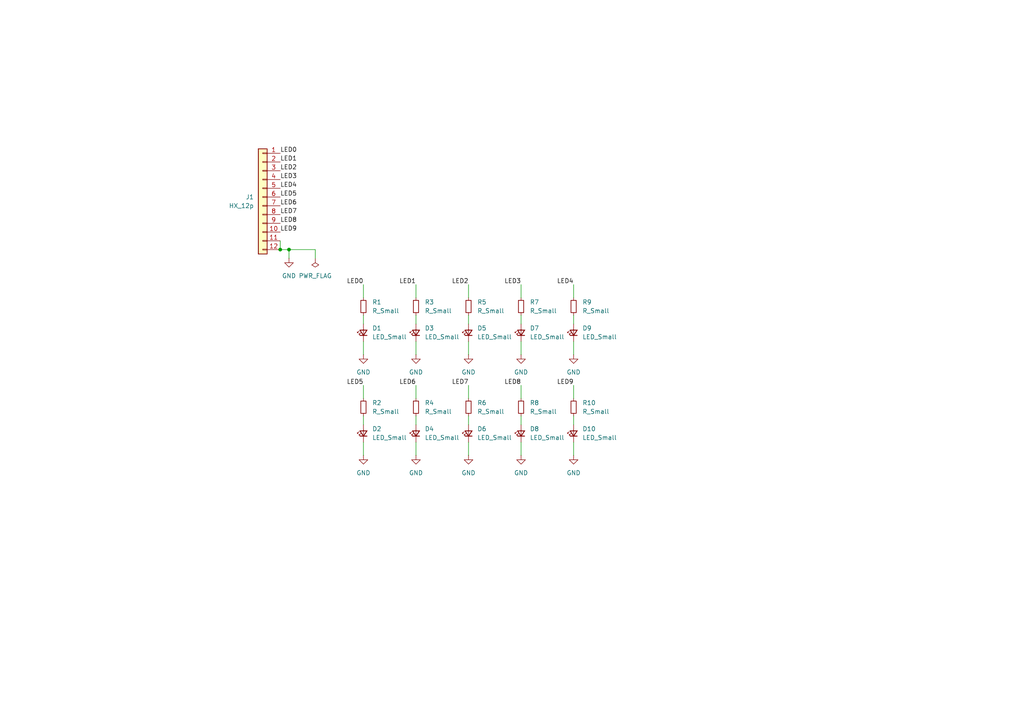
<source format=kicad_sch>
(kicad_sch (version 20231120) (generator "eeschema") (generator_version "8.0")
  (paper "A4")
  (lib_symbols
    (symbol "Connector_Generic:Conn_01x12" (pin_names (offset 1.016) hide)
      (property "Reference" "J" (at 0 15.24 0))
      (property "Value" "Conn_01x12" (at 0 -17.78 0))
      (symbol "Conn_01x12_1_1"
        (rectangle (start -1.27 -15.113) (end 0 -15.367) (stroke (width 0.1524)))
        (rectangle (start -1.27 -12.573) (end 0 -12.827) (stroke (width 0.1524)))
        (rectangle (start -1.27 -10.033) (end 0 -10.287) (stroke (width 0.1524)))
        (rectangle (start -1.27 -7.493) (end 0 -7.747) (stroke (width 0.1524)))
        (rectangle (start -1.27 -4.953) (end 0 -5.207) (stroke (width 0.1524)))
        (rectangle (start -1.27 -2.413) (end 0 -2.667) (stroke (width 0.1524)))
        (rectangle (start -1.27 0.127) (end 0 -0.127) (stroke (width 0.1524)))
        (rectangle (start -1.27 2.667) (end 0 2.413) (stroke (width 0.1524)))
        (rectangle (start -1.27 5.207) (end 0 4.953) (stroke (width 0.1524)))
        (rectangle (start -1.27 7.747) (end 0 7.493) (stroke (width 0.1524)))
        (rectangle (start -1.27 10.287) (end 0 10.033) (stroke (width 0.1524)))
        (rectangle (start -1.27 12.827) (end 0 12.573) (stroke (width 0.1524)))
        (rectangle (start -1.27 13.97) (end 1.27 -16.51) (stroke (width 0.254)) (fill (type background)))
        (pin passive line (at -5.08 12.7 0) (length 3.81) (name "Pin_1") (number "1"))
        (pin passive line (at -5.08 -10.16 0) (length 3.81) (name "Pin_10") (number "10"))
        (pin passive line (at -5.08 -12.7 0) (length 3.81) (name "Pin_11") (number "11"))
        (pin passive line (at -5.08 -15.24 0) (length 3.81) (name "Pin_12") (number "12"))
        (pin passive line (at -5.08 10.16 0) (length 3.81) (name "Pin_2") (number "2"))
        (pin passive line (at -5.08 7.62 0) (length 3.81) (name "Pin_3") (number "3"))
        (pin passive line (at -5.08 5.08 0) (length 3.81) (name "Pin_4") (number "4"))
        (pin passive line (at -5.08 2.54 0) (length 3.81) (name "Pin_5") (number "5"))
        (pin passive line (at -5.08 0 0) (length 3.81) (name "Pin_6") (number "6"))
        (pin passive line (at -5.08 -2.54 0) (length 3.81) (name "Pin_7") (number "7"))
        (pin passive line (at -5.08 -5.08 0) (length 3.81) (name "Pin_8") (number "8"))
        (pin passive line (at -5.08 -7.62 0) (length 3.81) (name "Pin_9") (number "9"))
      )
    )
    (symbol "Device:LED_Small" (pin_numbers hide) (pin_names (offset 0.254) hide)
      (property "Reference" "D" (at -1.27 3.175 0))
      (property "Value" "LED_Small" (at -4.445 -2.54 0))
      (symbol "LED_Small_0_1"
        (polyline (pts (xy -0.762 -1.016) (xy -0.762 1.016)) (stroke (width 0.254)))
        (polyline (pts (xy 1.016 0) (xy -0.762 0)))
        (polyline (pts (xy 0.762 -1.016) (xy -0.762 0) (xy 0.762 1.016) (xy 0.762 -1.016)) (stroke (width 0.254)))
        (polyline (pts (xy 0 0.762) (xy -0.508 1.27) (xy -0.254 1.27) (xy -0.508 1.27) (xy -0.508 1.016)))
        (polyline (pts (xy 0.508 1.27) (xy 0 1.778) (xy 0.254 1.778) (xy 0 1.778) (xy 0 1.524)))
      )
      (symbol "LED_Small_1_1"
        (pin passive line (at -2.54 0 0) (length 1.778) (name "K") (number "1"))
        (pin passive line (at 2.54 0 180) (length 1.778) (name "A") (number "2"))
      )
    )
    (symbol "Device:R_Small" (pin_numbers hide) (pin_names (offset 0.254) hide)
      (property "Reference" "R" (at 0.762 0.508 0))
      (property "Value" "R_Small" (at 0.762 -1.016 0))
      (symbol "R_Small_0_1"
        (rectangle (start -0.762 1.778) (end 0.762 -1.778) (stroke (width 0.2032)))
      )
      (symbol "R_Small_1_1"
        (pin passive line (at 0 2.54 270) (length 0.762) (name "~") (number "1"))
        (pin passive line (at 0 -2.54 90) (length 0.762) (name "~") (number "2"))
      )
    )
    (symbol "power:GND" (power) (pin_numbers hide) (pin_names (offset 0) hide)
      (property "Value" "GND" (at 0 -3.81 0))
      (symbol "GND_0_1"
        (polyline (pts (xy 0 0) (xy 0 -1.27) (xy 1.27 -1.27) (xy 0 -2.54) (xy -1.27 -1.27) (xy 0 -1.27)))
      )
      (symbol "GND_1_1"
        (pin power_in line (at 0 0 270) (length 0) (name "~") (number "1"))
      )
    )
    (symbol "power:PWR_FLAG" (power) (pin_numbers hide) (pin_names (offset 0) hide)
      (property "Value" "PWR_FLAG" (at 0 3.81 0))
      (symbol "PWR_FLAG_0_0"
        (pin power_out line (at 0 0 90) (length 0) (name "~") (number "1"))
      )
      (symbol "PWR_FLAG_0_1"
        (polyline (pts (xy 0 0) (xy 0 1.27) (xy -1.016 1.905) (xy 0 2.54) (xy 1.016 1.905) (xy 0 1.27)))
      )
    )
  )
  (junction (at 81.28 72.39))
  (junction (at 83.82 72.39))
  (wire (pts (xy 105.41 111.76) (xy 105.41 115.57)))
  (wire (pts (xy 166.37 91.44) (xy 166.37 93.98)))
  (wire (pts (xy 135.89 91.44) (xy 135.89 93.98)))
  (wire (pts (xy 151.13 120.65) (xy 151.13 123.19)))
  (wire (pts (xy 151.13 99.06) (xy 151.13 102.87)))
  (wire (pts (xy 151.13 91.44) (xy 151.13 93.98)))
  (wire (pts (xy 105.41 82.55) (xy 105.41 86.36)))
  (wire (pts (xy 166.37 128.27) (xy 166.37 132.08)))
  (wire (pts (xy 120.65 111.76) (xy 120.65 115.57)))
  (wire (pts (xy 166.37 120.65) (xy 166.37 123.19)))
  (wire (pts (xy 81.28 69.85) (xy 81.28 72.39)))
  (wire (pts (xy 135.89 99.06) (xy 135.89 102.87)))
  (wire (pts (xy 91.44 72.39) (xy 83.82 72.39)))
  (wire (pts (xy 166.37 111.76) (xy 166.37 115.57)))
  (wire (pts (xy 120.65 128.27) (xy 120.65 132.08)))
  (wire (pts (xy 105.41 128.27) (xy 105.41 132.08)))
  (wire (pts (xy 120.65 99.06) (xy 120.65 102.87)))
  (wire (pts (xy 135.89 111.76) (xy 135.89 115.57)))
  (wire (pts (xy 166.37 99.06) (xy 166.37 102.87)))
  (wire (pts (xy 135.89 128.27) (xy 135.89 132.08)))
  (wire (pts (xy 83.82 72.39) (xy 83.82 74.93)))
  (wire (pts (xy 120.65 91.44) (xy 120.65 93.98)))
  (wire (pts (xy 151.13 128.27) (xy 151.13 132.08)))
  (wire (pts (xy 105.41 99.06) (xy 105.41 102.87)))
  (wire (pts (xy 105.41 120.65) (xy 105.41 123.19)))
  (wire (pts (xy 120.65 120.65) (xy 120.65 123.19)))
  (wire (pts (xy 135.89 120.65) (xy 135.89 123.19)))
  (wire (pts (xy 135.89 82.55) (xy 135.89 86.36)))
  (wire (pts (xy 151.13 82.55) (xy 151.13 86.36)))
  (wire (pts (xy 166.37 82.55) (xy 166.37 86.36)))
  (wire (pts (xy 91.44 72.39) (xy 91.44 74.93)))
  (wire (pts (xy 105.41 91.44) (xy 105.41 93.98)))
  (wire (pts (xy 151.13 111.76) (xy 151.13 115.57)))
  (wire (pts (xy 120.65 82.55) (xy 120.65 86.36)))
  (wire (pts (xy 81.28 72.39) (xy 83.82 72.39)))
  (label "LED6" (at 120.65 111.76 180))
  (label "LED6" (at 81.28 59.69 0))
  (label "LED8" (at 151.13 111.76 180))
  (label "LED5" (at 105.41 111.76 180))
  (label "LED1" (at 120.65 82.55 180))
  (label "LED0" (at 105.41 82.55 180))
  (label "LED2" (at 81.28 49.53 0))
  (label "LED2" (at 135.89 82.55 180))
  (label "LED7" (at 135.89 111.76 180))
  (label "LED5" (at 81.28 57.15 0))
  (label "LED4" (at 81.28 54.61 0))
  (label "LED8" (at 81.28 64.77 0))
  (label "LED1" (at 81.28 46.99 0))
  (label "LED9" (at 166.37 111.76 180))
  (label "LED7" (at 81.28 62.23 0))
  (label "LED3" (at 151.13 82.55 180))
  (label "LED9" (at 81.28 67.31 0))
  (label "LED4" (at 166.37 82.55 180))
  (label "LED3" (at 81.28 52.07 0))
  (label "LED0" (at 81.28 44.45 0))
  (symbol (lib_id "Device:R_Small") (at 151.13 118.11 0) (unit 1)
    (property "Reference" "R8" (at 153.67 116.8399 0) (effects (justify left)))
    (property "Value" "R_Small" (at 153.67 119.3799 0) (effects (justify left)))
    (property "Footprint" "Resistor_SMD:R_0603_1608Metric_Pad0.98x0.95mm_HandSolder" (effects (hide yes)))
    (property "Description" "Resistor, small symbol" (effects (hide yes)))
  )
  (symbol (lib_id "power:GND") (at 120.65 102.87 0) (mirror y) (unit 1)
    (property "Reference" "#PWR04" (effects (hide yes)))
    (property "Value" "GND" (at 120.65 107.95 0))
    (property "Description" "Power symbol creates a global label with name \"GND\" , ground" (effects (hide yes)))
  )
  (symbol (lib_id "Device:LED_Small") (at 166.37 125.73 90) (unit 1)
    (property "Reference" "D10" (at 168.91 124.3964 90) (effects (justify right)))
    (property "Value" "LED_Small" (at 168.91 126.9364 90) (effects (justify right)))
    (property "Footprint" "LED_SMD:LED_0603_1608Metric_Pad1.05x0.95mm_HandSolder" (effects (hide yes)))
    (property "Description" "Light emitting diode, small symbol" (effects (hide yes)))
  )
  (symbol (lib_id "power:PWR_FLAG") (at 91.44 74.93 180) (unit 1)
    (property "Reference" "#FLG01" (effects (hide yes)))
    (property "Value" "PWR_FLAG" (at 91.44 80.01 0))
    (property "Description" "Special symbol for telling ERC where power comes from" (effects (hide yes)))
  )
  (symbol (lib_id "Device:R_Small") (at 166.37 118.11 0) (unit 1)
    (property "Reference" "R10" (at 168.91 116.8399 0) (effects (justify left)))
    (property "Value" "R_Small" (at 168.91 119.3799 0) (effects (justify left)))
    (property "Footprint" "Resistor_SMD:R_0603_1608Metric_Pad0.98x0.95mm_HandSolder" (effects (hide yes)))
    (property "Description" "Resistor, small symbol" (effects (hide yes)))
  )
  (symbol (lib_id "Device:R_Small") (at 135.89 88.9 0) (unit 1)
    (property "Reference" "R5" (at 138.43 87.6299 0) (effects (justify left)))
    (property "Value" "R_Small" (at 138.43 90.1699 0) (effects (justify left)))
    (property "Footprint" "Resistor_SMD:R_0603_1608Metric_Pad0.98x0.95mm_HandSolder" (effects (hide yes)))
    (property "Description" "Resistor, small symbol" (effects (hide yes)))
  )
  (symbol (lib_id "power:GND") (at 135.89 132.08 0) (mirror y) (unit 1)
    (property "Reference" "#PWR07" (effects (hide yes)))
    (property "Value" "GND" (at 135.89 137.16 0))
    (property "Description" "Power symbol creates a global label with name \"GND\" , ground" (effects (hide yes)))
  )
  (symbol (lib_id "Device:R_Small") (at 105.41 88.9 0) (unit 1)
    (property "Reference" "R1" (at 107.95 87.6299 0) (effects (justify left)))
    (property "Value" "R_Small" (at 107.95 90.1699 0) (effects (justify left)))
    (property "Footprint" "Resistor_SMD:R_0603_1608Metric_Pad0.98x0.95mm_HandSolder" (effects (hide yes)))
    (property "Description" "Resistor, small symbol" (effects (hide yes)))
  )
  (symbol (lib_id "Device:R_Small") (at 120.65 88.9 0) (unit 1)
    (property "Reference" "R3" (at 123.19 87.6299 0) (effects (justify left)))
    (property "Value" "R_Small" (at 123.19 90.1699 0) (effects (justify left)))
    (property "Footprint" "Resistor_SMD:R_0603_1608Metric_Pad0.98x0.95mm_HandSolder" (effects (hide yes)))
    (property "Description" "Resistor, small symbol" (effects (hide yes)))
  )
  (symbol (lib_id "power:GND") (at 83.82 74.93 0) (mirror y) (unit 1)
    (property "Reference" "#PWR01" (effects (hide yes)))
    (property "Value" "GND" (at 83.82 80.01 0))
    (property "Description" "Power symbol creates a global label with name \"GND\" , ground" (effects (hide yes)))
  )
  (symbol (lib_id "Device:R_Small") (at 166.37 88.9 0) (unit 1)
    (property "Reference" "R9" (at 168.91 87.6299 0) (effects (justify left)))
    (property "Value" "R_Small" (at 168.91 90.1699 0) (effects (justify left)))
    (property "Footprint" "Resistor_SMD:R_0603_1608Metric_Pad0.98x0.95mm_HandSolder" (effects (hide yes)))
    (property "Description" "Resistor, small symbol" (effects (hide yes)))
  )
  (symbol (lib_id "Device:R_Small") (at 120.65 118.11 0) (unit 1)
    (property "Reference" "R4" (at 123.19 116.8399 0) (effects (justify left)))
    (property "Value" "R_Small" (at 123.19 119.3799 0) (effects (justify left)))
    (property "Footprint" "Resistor_SMD:R_0603_1608Metric_Pad0.98x0.95mm_HandSolder" (effects (hide yes)))
    (property "Description" "Resistor, small symbol" (effects (hide yes)))
  )
  (symbol (lib_id "power:GND") (at 151.13 102.87 0) (mirror y) (unit 1)
    (property "Reference" "#PWR08" (effects (hide yes)))
    (property "Value" "GND" (at 151.13 107.95 0))
    (property "Description" "Power symbol creates a global label with name \"GND\" , ground" (effects (hide yes)))
  )
  (symbol (lib_id "Device:LED_Small") (at 166.37 96.52 90) (unit 1)
    (property "Reference" "D9" (at 168.91 95.1864 90) (effects (justify right)))
    (property "Value" "LED_Small" (at 168.91 97.7264 90) (effects (justify right)))
    (property "Footprint" "LED_SMD:LED_0603_1608Metric_Pad1.05x0.95mm_HandSolder" (effects (hide yes)))
    (property "Description" "Light emitting diode, small symbol" (effects (hide yes)))
  )
  (symbol (lib_id "power:GND") (at 135.89 102.87 0) (mirror y) (unit 1)
    (property "Reference" "#PWR06" (effects (hide yes)))
    (property "Value" "GND" (at 135.89 107.95 0))
    (property "Description" "Power symbol creates a global label with name \"GND\" , ground" (effects (hide yes)))
  )
  (symbol (lib_id "power:GND") (at 166.37 132.08 0) (mirror y) (unit 1)
    (property "Reference" "#PWR011" (effects (hide yes)))
    (property "Value" "GND" (at 166.37 137.16 0))
    (property "Description" "Power symbol creates a global label with name \"GND\" , ground" (effects (hide yes)))
  )
  (symbol (lib_id "power:GND") (at 166.37 102.87 0) (mirror y) (unit 1)
    (property "Reference" "#PWR010" (effects (hide yes)))
    (property "Value" "GND" (at 166.37 107.95 0))
    (property "Description" "Power symbol creates a global label with name \"GND\" , ground" (effects (hide yes)))
  )
  (symbol (lib_id "Device:R_Small") (at 135.89 118.11 0) (unit 1)
    (property "Reference" "R6" (at 138.43 116.8399 0) (effects (justify left)))
    (property "Value" "R_Small" (at 138.43 119.3799 0) (effects (justify left)))
    (property "Footprint" "Resistor_SMD:R_0603_1608Metric_Pad0.98x0.95mm_HandSolder" (effects (hide yes)))
    (property "Description" "Resistor, small symbol" (effects (hide yes)))
  )
  (symbol (lib_id "Device:LED_Small") (at 135.89 96.52 90) (unit 1)
    (property "Reference" "D5" (at 138.43 95.1864 90) (effects (justify right)))
    (property "Value" "LED_Small" (at 138.43 97.7264 90) (effects (justify right)))
    (property "Footprint" "LED_SMD:LED_0603_1608Metric_Pad1.05x0.95mm_HandSolder" (effects (hide yes)))
    (property "Description" "Light emitting diode, small symbol" (effects (hide yes)))
  )
  (symbol (lib_id "Device:LED_Small") (at 120.65 125.73 90) (unit 1)
    (property "Reference" "D4" (at 123.19 124.3964 90) (effects (justify right)))
    (property "Value" "LED_Small" (at 123.19 126.9364 90) (effects (justify right)))
    (property "Footprint" "LED_SMD:LED_0603_1608Metric_Pad1.05x0.95mm_HandSolder" (effects (hide yes)))
    (property "Description" "Light emitting diode, small symbol" (effects (hide yes)))
  )
  (symbol (lib_id "Device:LED_Small") (at 151.13 125.73 90) (unit 1)
    (property "Reference" "D8" (at 153.67 124.3964 90) (effects (justify right)))
    (property "Value" "LED_Small" (at 153.67 126.9364 90) (effects (justify right)))
    (property "Footprint" "LED_SMD:LED_0603_1608Metric_Pad1.05x0.95mm_HandSolder" (effects (hide yes)))
    (property "Description" "Light emitting diode, small symbol" (effects (hide yes)))
  )
  (symbol (lib_id "Connector_Generic:Conn_01x12") (at 76.2 57.15 0) (mirror y) (unit 1)
    (property "Reference" "J1" (at 73.66 57.1499 0) (effects (justify left)))
    (property "Value" "HX_12p" (at 73.66 59.6899 0) (effects (justify left)))
    (property "Footprint" "Connector_JST:JST_XH_B12B-XH-A_1x12_P2.50mm_Vertical" (effects (hide yes)))
    (property "Description" "Generic connector, single row, 01x12, script generated (kicad-library-utils/schlib/autogen/connector/)" (effects (hide yes)))
  )
  (symbol (lib_id "Device:LED_Small") (at 105.41 96.52 90) (unit 1)
    (property "Reference" "D1" (at 107.95 95.1864 90) (effects (justify right)))
    (property "Value" "LED_Small" (at 107.95 97.7264 90) (effects (justify right)))
    (property "Footprint" "LED_SMD:LED_0603_1608Metric_Pad1.05x0.95mm_HandSolder" (effects (hide yes)))
    (property "Description" "Light emitting diode, small symbol" (effects (hide yes)))
  )
  (symbol (lib_id "power:GND") (at 105.41 102.87 0) (mirror y) (unit 1)
    (property "Reference" "#PWR02" (effects (hide yes)))
    (property "Value" "GND" (at 105.41 107.95 0))
    (property "Description" "Power symbol creates a global label with name \"GND\" , ground" (effects (hide yes)))
  )
  (symbol (lib_id "Device:LED_Small") (at 105.41 125.73 90) (unit 1)
    (property "Reference" "D2" (at 107.95 124.3964 90) (effects (justify right)))
    (property "Value" "LED_Small" (at 107.95 126.9364 90) (effects (justify right)))
    (property "Footprint" "LED_SMD:LED_0603_1608Metric_Pad1.05x0.95mm_HandSolder" (effects (hide yes)))
    (property "Description" "Light emitting diode, small symbol" (effects (hide yes)))
  )
  (symbol (lib_id "Device:LED_Small") (at 135.89 125.73 90) (unit 1)
    (property "Reference" "D6" (at 138.43 124.3964 90) (effects (justify right)))
    (property "Value" "LED_Small" (at 138.43 126.9364 90) (effects (justify right)))
    (property "Footprint" "LED_SMD:LED_0603_1608Metric_Pad1.05x0.95mm_HandSolder" (effects (hide yes)))
    (property "Description" "Light emitting diode, small symbol" (effects (hide yes)))
  )
  (symbol (lib_id "power:GND") (at 151.13 132.08 0) (mirror y) (unit 1)
    (property "Reference" "#PWR09" (effects (hide yes)))
    (property "Value" "GND" (at 151.13 137.16 0))
    (property "Description" "Power symbol creates a global label with name \"GND\" , ground" (effects (hide yes)))
  )
  (symbol (lib_id "Device:R_Small") (at 105.41 118.11 0) (unit 1)
    (property "Reference" "R2" (at 107.95 116.8399 0) (effects (justify left)))
    (property "Value" "R_Small" (at 107.95 119.3799 0) (effects (justify left)))
    (property "Footprint" "Resistor_SMD:R_0603_1608Metric_Pad0.98x0.95mm_HandSolder" (effects (hide yes)))
    (property "Description" "Resistor, small symbol" (effects (hide yes)))
  )
  (symbol (lib_id "Device:LED_Small") (at 151.13 96.52 90) (unit 1)
    (property "Reference" "D7" (at 153.67 95.1864 90) (effects (justify right)))
    (property "Value" "LED_Small" (at 153.67 97.7264 90) (effects (justify right)))
    (property "Footprint" "LED_SMD:LED_0603_1608Metric_Pad1.05x0.95mm_HandSolder" (effects (hide yes)))
    (property "Description" "Light emitting diode, small symbol" (effects (hide yes)))
  )
  (symbol (lib_id "Device:R_Small") (at 151.13 88.9 0) (unit 1)
    (property "Reference" "R7" (at 153.67 87.6299 0) (effects (justify left)))
    (property "Value" "R_Small" (at 153.67 90.1699 0) (effects (justify left)))
    (property "Footprint" "Resistor_SMD:R_0603_1608Metric_Pad0.98x0.95mm_HandSolder" (effects (hide yes)))
    (property "Description" "Resistor, small symbol" (effects (hide yes)))
  )
  (symbol (lib_id "power:GND") (at 105.41 132.08 0) (mirror y) (unit 1)
    (property "Reference" "#PWR03" (effects (hide yes)))
    (property "Value" "GND" (at 105.41 137.16 0))
    (property "Description" "Power symbol creates a global label with name \"GND\" , ground" (effects (hide yes)))
  )
  (symbol (lib_id "power:GND") (at 120.65 132.08 0) (mirror y) (unit 1)
    (property "Reference" "#PWR05" (effects (hide yes)))
    (property "Value" "GND" (at 120.65 137.16 0))
    (property "Description" "Power symbol creates a global label with name \"GND\" , ground" (effects (hide yes)))
  )
  (symbol (lib_id "Device:LED_Small") (at 120.65 96.52 90) (unit 1)
    (property "Reference" "D3" (at 123.19 95.1864 90) (effects (justify right)))
    (property "Value" "LED_Small" (at 123.19 97.7264 90) (effects (justify right)))
    (property "Footprint" "LED_SMD:LED_0603_1608Metric_Pad1.05x0.95mm_HandSolder" (effects (hide yes)))
    (property "Description" "Light emitting diode, small symbol" (effects (hide yes)))
  )
)
</source>
